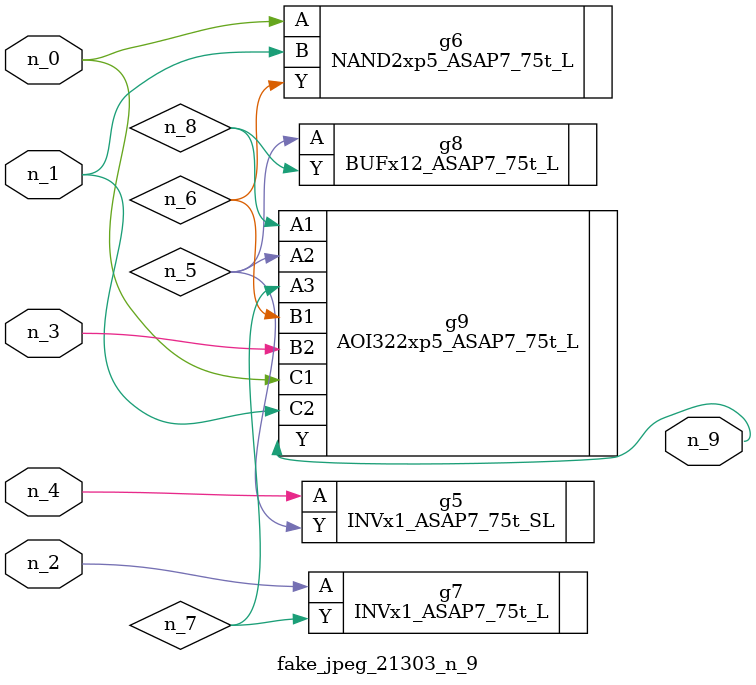
<source format=v>
module fake_jpeg_21303_n_9 (n_3, n_2, n_1, n_0, n_4, n_9);

input n_3;
input n_2;
input n_1;
input n_0;
input n_4;

output n_9;

wire n_8;
wire n_6;
wire n_5;
wire n_7;

INVx1_ASAP7_75t_SL g5 ( 
.A(n_4),
.Y(n_5)
);

NAND2xp5_ASAP7_75t_L g6 ( 
.A(n_0),
.B(n_1),
.Y(n_6)
);

INVx1_ASAP7_75t_L g7 ( 
.A(n_2),
.Y(n_7)
);

BUFx12_ASAP7_75t_L g8 ( 
.A(n_5),
.Y(n_8)
);

AOI322xp5_ASAP7_75t_L g9 ( 
.A1(n_8),
.A2(n_5),
.A3(n_7),
.B1(n_6),
.B2(n_3),
.C1(n_0),
.C2(n_1),
.Y(n_9)
);


endmodule
</source>
